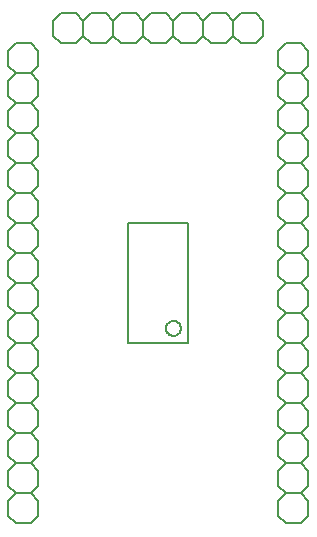
<source format=gto>
G75*
%MOIN*%
%OFA0B0*%
%FSLAX24Y24*%
%IPPOS*%
%LPD*%
%AMOC8*
5,1,8,0,0,1.08239X$1,22.5*
%
%ADD10C,0.0060*%
%ADD11C,0.0050*%
D10*
X000600Y000850D02*
X000850Y000600D01*
X001350Y000600D01*
X001600Y000850D01*
X001600Y001350D01*
X001350Y001600D01*
X001600Y001850D01*
X001600Y002350D01*
X001350Y002600D01*
X000850Y002600D01*
X000600Y002350D01*
X000600Y001850D01*
X000850Y001600D01*
X001350Y001600D01*
X000850Y001600D02*
X000600Y001350D01*
X000600Y000850D01*
X000850Y002600D02*
X000600Y002850D01*
X000600Y003350D01*
X000850Y003600D01*
X000600Y003850D01*
X000600Y004350D01*
X000850Y004600D01*
X000600Y004850D01*
X000600Y005350D01*
X000850Y005600D01*
X001350Y005600D01*
X001600Y005350D01*
X001600Y004850D01*
X001350Y004600D01*
X001600Y004350D01*
X001600Y003850D01*
X001350Y003600D01*
X001600Y003350D01*
X001600Y002850D01*
X001350Y002600D01*
X001350Y003600D02*
X000850Y003600D01*
X000850Y004600D02*
X001350Y004600D01*
X001350Y005600D02*
X001600Y005850D01*
X001600Y006350D01*
X001350Y006600D01*
X001600Y006850D01*
X001600Y007350D01*
X001350Y007600D01*
X001600Y007850D01*
X001600Y008350D01*
X001350Y008600D01*
X000850Y008600D01*
X000600Y008350D01*
X000600Y007850D01*
X000850Y007600D01*
X001350Y007600D01*
X000850Y007600D02*
X000600Y007350D01*
X000600Y006850D01*
X000850Y006600D01*
X001350Y006600D01*
X000850Y006600D02*
X000600Y006350D01*
X000600Y005850D01*
X000850Y005600D01*
X000850Y008600D02*
X000600Y008850D01*
X000600Y009350D01*
X000850Y009600D01*
X000600Y009850D01*
X000600Y010350D01*
X000850Y010600D01*
X000600Y010850D01*
X000600Y011350D01*
X000850Y011600D01*
X001350Y011600D01*
X001600Y011350D01*
X001600Y010850D01*
X001350Y010600D01*
X001600Y010350D01*
X001600Y009850D01*
X001350Y009600D01*
X001600Y009350D01*
X001600Y008850D01*
X001350Y008600D01*
X001350Y009600D02*
X000850Y009600D01*
X000850Y010600D02*
X001350Y010600D01*
X001350Y011600D02*
X001600Y011850D01*
X001600Y012350D01*
X001350Y012600D01*
X001600Y012850D01*
X001600Y013350D01*
X001350Y013600D01*
X001600Y013850D01*
X001600Y014350D01*
X001350Y014600D01*
X000850Y014600D01*
X000600Y014350D01*
X000600Y013850D01*
X000850Y013600D01*
X001350Y013600D01*
X000850Y013600D02*
X000600Y013350D01*
X000600Y012850D01*
X000850Y012600D01*
X001350Y012600D01*
X000850Y012600D02*
X000600Y012350D01*
X000600Y011850D01*
X000850Y011600D01*
X000850Y014600D02*
X000600Y014850D01*
X000600Y015350D01*
X000850Y015600D01*
X000600Y015850D01*
X000600Y016350D01*
X000850Y016600D01*
X001350Y016600D01*
X001600Y016350D01*
X001600Y015850D01*
X001350Y015600D01*
X001600Y015350D01*
X001600Y014850D01*
X001350Y014600D01*
X001350Y015600D02*
X000850Y015600D01*
X002100Y016850D02*
X002100Y017350D01*
X002350Y017600D01*
X002850Y017600D01*
X003100Y017350D01*
X003350Y017600D01*
X003850Y017600D01*
X004100Y017350D01*
X004350Y017600D01*
X004850Y017600D01*
X005100Y017350D01*
X005350Y017600D01*
X005850Y017600D01*
X006100Y017350D01*
X006350Y017600D01*
X006850Y017600D01*
X007100Y017350D01*
X007350Y017600D01*
X007850Y017600D01*
X008100Y017350D01*
X008350Y017600D01*
X008850Y017600D01*
X009100Y017350D01*
X009100Y016850D01*
X008850Y016600D01*
X008350Y016600D01*
X008100Y016850D01*
X007850Y016600D01*
X007350Y016600D01*
X007100Y016850D01*
X007100Y017350D01*
X007100Y016850D02*
X006850Y016600D01*
X006350Y016600D01*
X006100Y016850D01*
X005850Y016600D01*
X005350Y016600D01*
X005100Y016850D01*
X004850Y016600D01*
X004350Y016600D01*
X004100Y016850D01*
X004100Y017350D01*
X004100Y016850D02*
X003850Y016600D01*
X003350Y016600D01*
X003100Y016850D01*
X002850Y016600D01*
X002350Y016600D01*
X002100Y016850D01*
X003100Y016850D02*
X003100Y017350D01*
X005100Y017350D02*
X005100Y016850D01*
X006100Y016850D02*
X006100Y017350D01*
X008100Y017350D02*
X008100Y016850D01*
X009600Y016350D02*
X009600Y015850D01*
X009850Y015600D01*
X009600Y015350D01*
X009600Y014850D01*
X009850Y014600D01*
X010350Y014600D01*
X010600Y014850D01*
X010600Y015350D01*
X010350Y015600D01*
X009850Y015600D01*
X009600Y016350D02*
X009850Y016600D01*
X010350Y016600D01*
X010600Y016350D01*
X010600Y015850D01*
X010350Y015600D01*
X010350Y014600D02*
X010600Y014350D01*
X010600Y013850D01*
X010350Y013600D01*
X010600Y013350D01*
X010600Y012850D01*
X010350Y012600D01*
X010600Y012350D01*
X010600Y011850D01*
X010350Y011600D01*
X009850Y011600D01*
X009600Y011850D01*
X009600Y012350D01*
X009850Y012600D01*
X009600Y012850D01*
X009600Y013350D01*
X009850Y013600D01*
X009600Y013850D01*
X009600Y014350D01*
X009850Y014600D01*
X009850Y013600D02*
X010350Y013600D01*
X010350Y012600D02*
X009850Y012600D01*
X009850Y011600D02*
X009600Y011350D01*
X009600Y010850D01*
X009850Y010600D01*
X009600Y010350D01*
X009600Y009850D01*
X009850Y009600D01*
X009600Y009350D01*
X009600Y008850D01*
X009850Y008600D01*
X010350Y008600D01*
X010600Y008850D01*
X010600Y009350D01*
X010350Y009600D01*
X009850Y009600D01*
X010350Y009600D02*
X010600Y009850D01*
X010600Y010350D01*
X010350Y010600D01*
X009850Y010600D01*
X010350Y010600D02*
X010600Y010850D01*
X010600Y011350D01*
X010350Y011600D01*
X010350Y008600D02*
X010600Y008350D01*
X010600Y007850D01*
X010350Y007600D01*
X010600Y007350D01*
X010600Y006850D01*
X010350Y006600D01*
X010600Y006350D01*
X010600Y005850D01*
X010350Y005600D01*
X009850Y005600D01*
X009600Y005850D01*
X009600Y006350D01*
X009850Y006600D01*
X009600Y006850D01*
X009600Y007350D01*
X009850Y007600D01*
X009600Y007850D01*
X009600Y008350D01*
X009850Y008600D01*
X009850Y007600D02*
X010350Y007600D01*
X010350Y006600D02*
X009850Y006600D01*
X009850Y005600D02*
X009600Y005350D01*
X009600Y004850D01*
X009850Y004600D01*
X009600Y004350D01*
X009600Y003850D01*
X009850Y003600D01*
X009600Y003350D01*
X009600Y002850D01*
X009850Y002600D01*
X010350Y002600D01*
X010600Y002850D01*
X010600Y003350D01*
X010350Y003600D01*
X009850Y003600D01*
X010350Y003600D02*
X010600Y003850D01*
X010600Y004350D01*
X010350Y004600D01*
X009850Y004600D01*
X010350Y004600D02*
X010600Y004850D01*
X010600Y005350D01*
X010350Y005600D01*
X010350Y002600D02*
X010600Y002350D01*
X010600Y001850D01*
X010350Y001600D01*
X010600Y001350D01*
X010600Y000850D01*
X010350Y000600D01*
X009850Y000600D01*
X009600Y000850D01*
X009600Y001350D01*
X009850Y001600D01*
X009600Y001850D01*
X009600Y002350D01*
X009850Y002600D01*
X009850Y001600D02*
X010350Y001600D01*
D11*
X006600Y006600D02*
X004600Y006600D01*
X004600Y010600D01*
X006600Y010600D01*
X006600Y006600D01*
X005850Y007100D02*
X005852Y007131D01*
X005858Y007162D01*
X005868Y007192D01*
X005881Y007220D01*
X005898Y007247D01*
X005918Y007271D01*
X005941Y007293D01*
X005966Y007311D01*
X005994Y007326D01*
X006023Y007338D01*
X006053Y007346D01*
X006084Y007350D01*
X006116Y007350D01*
X006147Y007346D01*
X006177Y007338D01*
X006206Y007326D01*
X006234Y007311D01*
X006259Y007293D01*
X006282Y007271D01*
X006302Y007247D01*
X006319Y007220D01*
X006332Y007192D01*
X006342Y007162D01*
X006348Y007131D01*
X006350Y007100D01*
X006348Y007069D01*
X006342Y007038D01*
X006332Y007008D01*
X006319Y006980D01*
X006302Y006953D01*
X006282Y006929D01*
X006259Y006907D01*
X006234Y006889D01*
X006206Y006874D01*
X006177Y006862D01*
X006147Y006854D01*
X006116Y006850D01*
X006084Y006850D01*
X006053Y006854D01*
X006023Y006862D01*
X005994Y006874D01*
X005966Y006889D01*
X005941Y006907D01*
X005918Y006929D01*
X005898Y006953D01*
X005881Y006980D01*
X005868Y007008D01*
X005858Y007038D01*
X005852Y007069D01*
X005850Y007100D01*
M02*

</source>
